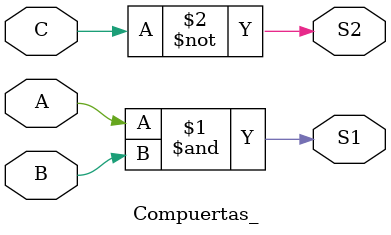
<source format=v>
module Compuertas_(A,B,C,S1,S2);
input A;
input B;
input C;

output S1;
output S2;

assign S1 = A & B; // Asignamos a S1 and B.
assign S2 = ~C; // Aaignamos a S2 C negado.


endmodule
</source>
